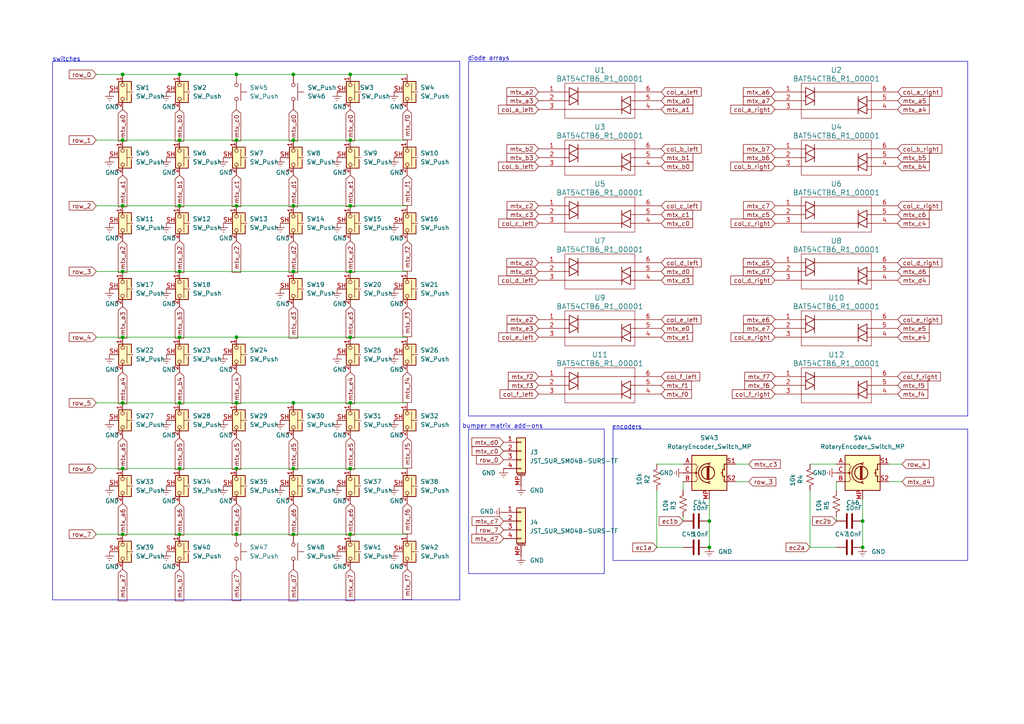
<source format=kicad_sch>
(kicad_sch (version 20231120) (generator "eeschema") (generator_version "8.0")
  (paper "A4")
  (title_block (title "coquette parpar switch matrix") (date "2025-01-20") (rev "2.0"))
  (junction (at 85.09 154.94))
  (junction (at 52.07 59.69))
  (junction (at 85.09 40.64))
  (junction (at 68.58 135.89))
  (junction (at 68.58 116.84))
  (junction (at 85.09 135.89))
  (junction (at 52.07 97.79))
  (junction (at 68.58 154.94))
  (junction (at 101.6 59.69))
  (junction (at 68.58 97.79))
  (junction (at 101.6 40.64))
  (junction (at 52.07 154.94))
  (junction (at 101.6 21.59))
  (junction (at 101.6 135.89))
  (junction (at 35.56 21.59))
  (junction (at 52.07 21.59))
  (junction (at 52.07 40.64))
  (junction (at 68.58 59.69))
  (junction (at 68.58 40.64))
  (junction (at 85.09 59.69))
  (junction (at 35.56 59.69))
  (junction (at 101.6 97.79))
  (junction (at 250.19 151.13))
  (junction (at 35.56 116.84))
  (junction (at 68.58 21.59))
  (junction (at 35.56 78.74))
  (junction (at 35.56 40.64))
  (junction (at 101.6 154.94))
  (junction (at 35.56 135.89))
  (junction (at 85.09 21.59))
  (junction (at 205.74 151.13))
  (junction (at 35.56 97.79))
  (junction (at 101.6 116.84))
  (junction (at 85.09 78.74))
  (junction (at 52.07 78.74))
  (junction (at 250.19 158.75))
  (junction (at 52.07 135.89))
  (junction (at 85.09 116.84))
  (junction (at 35.56 154.94))
  (junction (at 52.07 116.84))
  (junction (at 205.74 158.75))
  (junction (at 101.6 78.74))
  (wire (pts (xy 27.94 116.84) (xy 35.56 116.84)))
  (wire (pts (xy 217.17 139.7) (xy 213.36 139.7)))
  (wire (pts (xy 242.57 158.75) (xy 234.95 158.75)))
  (wire (pts (xy 35.56 135.89) (xy 52.07 135.89)))
  (wire (pts (xy 85.09 135.89) (xy 101.6 135.89)))
  (wire (pts (xy 52.07 40.64) (xy 68.58 40.64)))
  (wire (pts (xy 68.58 40.64) (xy 85.09 40.64)))
  (wire (pts (xy 85.09 59.69) (xy 101.6 59.69)))
  (wire (pts (xy 85.09 40.64) (xy 101.6 40.64)))
  (wire (pts (xy 190.5 134.62) (xy 198.12 134.62)))
  (wire (pts (xy 101.6 21.59) (xy 118.11 21.59)))
  (wire (pts (xy 35.56 154.94) (xy 52.07 154.94)))
  (wire (pts (xy 205.74 144.78) (xy 205.74 151.13)))
  (wire (pts (xy 101.6 135.89) (xy 118.11 135.89)))
  (wire (pts (xy 85.09 116.84) (xy 101.6 116.84)))
  (wire (pts (xy 261.62 134.62) (xy 257.81 134.62)))
  (wire (pts (xy 52.07 154.94) (xy 68.58 154.94)))
  (wire (pts (xy 242.57 139.7) (xy 242.57 142.24)))
  (wire (pts (xy 35.56 40.64) (xy 52.07 40.64)))
  (wire (pts (xy 27.94 40.64) (xy 35.56 40.64)))
  (wire (pts (xy 68.58 97.79) (xy 101.6 97.79)))
  (wire (pts (xy 52.07 97.79) (xy 68.58 97.79)))
  (wire (pts (xy 35.56 59.69) (xy 52.07 59.69)))
  (wire (pts (xy 27.94 135.89) (xy 35.56 135.89)))
  (wire (pts (xy 68.58 135.89) (xy 85.09 135.89)))
  (wire (pts (xy 101.6 40.64) (xy 118.11 40.64)))
  (wire (pts (xy 52.07 78.74) (xy 85.09 78.74)))
  (wire (pts (xy 198.12 149.86) (xy 198.12 151.13)))
  (wire (pts (xy 101.6 59.69) (xy 118.11 59.69)))
  (wire (pts (xy 68.58 154.94) (xy 85.09 154.94)))
  (wire (pts (xy 198.12 139.7) (xy 198.12 142.24)))
  (wire (pts (xy 234.95 134.62) (xy 242.57 134.62)))
  (wire (pts (xy 190.5 158.75) (xy 198.12 158.75)))
  (wire (pts (xy 27.94 97.79) (xy 35.56 97.79)))
  (wire (pts (xy 27.94 59.69) (xy 35.56 59.69)))
  (wire (pts (xy 52.07 59.69) (xy 68.58 59.69)))
  (wire (pts (xy 101.6 154.94) (xy 118.11 154.94)))
  (wire (pts (xy 234.95 142.24) (xy 234.95 158.75)))
  (wire (pts (xy 85.09 21.59) (xy 101.6 21.59)))
  (wire (pts (xy 250.19 151.13) (xy 250.19 158.75)))
  (wire (pts (xy 190.5 142.24) (xy 190.5 158.75)))
  (wire (pts (xy 35.56 78.74) (xy 52.07 78.74)))
  (wire (pts (xy 261.62 139.7) (xy 257.81 139.7)))
  (wire (pts (xy 205.74 151.13) (xy 205.74 158.75)))
  (wire (pts (xy 35.56 21.59) (xy 52.07 21.59)))
  (wire (pts (xy 101.6 97.79) (xy 118.11 97.79)))
  (wire (pts (xy 27.94 154.94) (xy 35.56 154.94)))
  (wire (pts (xy 101.6 116.84) (xy 118.11 116.84)))
  (wire (pts (xy 217.17 134.62) (xy 213.36 134.62)))
  (wire (pts (xy 52.07 135.89) (xy 68.58 135.89)))
  (wire (pts (xy 85.09 154.94) (xy 101.6 154.94)))
  (wire (pts (xy 101.6 78.74) (xy 118.11 78.74)))
  (wire (pts (xy 68.58 116.84) (xy 85.09 116.84)))
  (wire (pts (xy 250.19 144.78) (xy 250.19 151.13)))
  (wire (pts (xy 35.56 116.84) (xy 52.07 116.84)))
  (wire (pts (xy 27.94 21.59) (xy 35.56 21.59)))
  (wire (pts (xy 68.58 59.69) (xy 85.09 59.69)))
  (wire (pts (xy 52.07 116.84) (xy 68.58 116.84)))
  (wire (pts (xy 52.07 21.59) (xy 68.58 21.59)))
  (wire (pts (xy 242.57 149.86) (xy 242.57 151.13)))
  (wire (pts (xy 35.56 97.79) (xy 52.07 97.79)))
  (wire (pts (xy 85.09 78.74) (xy 101.6 78.74)))
  (wire (pts (xy 68.58 21.59) (xy 85.09 21.59)))
  (wire (pts (xy 27.94 78.74) (xy 35.56 78.74)))
  (rectangle (start 177.8 124.46) (end 280.67 162.56))
  (rectangle (start 135.89 17.78) (end 280.67 120.65))
  (rectangle (start 15.24 17.78) (end 133.35 173.99))
  (rectangle (start 135.89 124.46) (end 175.26 166.37))
  (text "diode arrays" (at 141.732 17.018 0) (effects (font (size 1.27 1.27))))
  (text "encoders" (at 181.864 123.952 0) (effects (font (size 1.27 1.27))))
  (text "switches" (at 19.304 17.272 0) (effects (font (size 1.27 1.27))))
  (text "bumper matrix add-ons" (at 145.796 123.698 0) (effects (font (size 1.27 1.27))))
  (global_label "mtx_c3" (shape input) (at 217.17 134.62 0) (property "Intersheetrefs" "${INTERSHEET_REFS}" (effects (hide yes))))
  (global_label "row_6" (shape input) (at 27.94 135.89 180) (property "Intersheetrefs" "${INTERSHEET_REFS}" (effects (hide yes))))
  (global_label "mtx_a6" (shape input) (at 224.79 26.67 180) (property "Intersheetrefs" "${INTERSHEET_REFS}" (effects (hide yes))))
  (global_label "col_a_right" (shape input) (at 260.35 26.67 0) (property "Intersheetrefs" "${INTERSHEET_REFS}" (effects (hide yes))))
  (global_label "mtx_d6" (shape input) (at 260.35 78.74 0) (property "Intersheetrefs" "${INTERSHEET_REFS}" (effects (hide yes))))
  (global_label "mtx_b3" (shape input) (at 52.07 88.9 270) (property "Intersheetrefs" "${INTERSHEET_REFS}" (effects (hide yes))))
  (global_label "mtx_c2" (shape input) (at 68.58 69.85 270) (property "Intersheetrefs" "${INTERSHEET_REFS}" (effects (hide yes))))
  (global_label "col_c_left" (shape input) (at 191.77 59.69 0) (property "Intersheetrefs" "${INTERSHEET_REFS}" (effects (hide yes))))
  (global_label "ec1b" (shape input) (at 198.12 151.13 180) (property "Intersheetrefs" "${INTERSHEET_REFS}" (effects (hide yes))))
  (global_label "mtx_b0" (shape input) (at 52.07 31.75 270) (property "Intersheetrefs" "${INTERSHEET_REFS}" (effects (hide yes))))
  (global_label "col_e_right" (shape input) (at 260.35 92.71 0) (property "Intersheetrefs" "${INTERSHEET_REFS}" (effects (hide yes))))
  (global_label "mtx_d0" (shape input) (at 85.09 31.75 270) (property "Intersheetrefs" "${INTERSHEET_REFS}" (effects (hide yes))))
  (global_label "mtx_c2" (shape input) (at 156.21 59.69 180) (property "Intersheetrefs" "${INTERSHEET_REFS}" (effects (hide yes))))
  (global_label "mtx_b7" (shape input) (at 224.79 43.18 180) (property "Intersheetrefs" "${INTERSHEET_REFS}" (effects (hide yes))))
  (global_label "mtx_c7" (shape input) (at 68.58 165.1 270) (property "Intersheetrefs" "${INTERSHEET_REFS}" (effects (hide yes))))
  (global_label "mtx_e7" (shape input) (at 224.79 95.25 180) (property "Intersheetrefs" "${INTERSHEET_REFS}" (effects (hide yes))))
  (global_label "mtx_b2" (shape input) (at 52.07 69.85 270) (property "Intersheetrefs" "${INTERSHEET_REFS}" (effects (hide yes))))
  (global_label "mtx_f3" (shape input) (at 118.11 88.9 270) (property "Intersheetrefs" "${INTERSHEET_REFS}" (effects (hide yes))))
  (global_label "mtx_b1" (shape input) (at 191.77 45.72 0) (property "Intersheetrefs" "${INTERSHEET_REFS}" (effects (hide yes))))
  (global_label "mtx_a5" (shape input) (at 260.35 29.21 0) (property "Intersheetrefs" "${INTERSHEET_REFS}" (effects (hide yes))))
  (global_label "mtx_f2" (shape input) (at 156.21 109.22 180) (property "Intersheetrefs" "${INTERSHEET_REFS}" (effects (hide yes))))
  (global_label "mtx_e0" (shape input) (at 101.6 31.75 270) (property "Intersheetrefs" "${INTERSHEET_REFS}" (effects (hide yes))))
  (global_label "col_f_left" (shape input) (at 191.77 109.22 0) (property "Intersheetrefs" "${INTERSHEET_REFS}" (effects (hide yes))))
  (global_label "mtx_e5" (shape input) (at 101.6 127 270) (property "Intersheetrefs" "${INTERSHEET_REFS}" (effects (hide yes))))
  (global_label "mtx_f0" (shape input) (at 191.77 114.3 0) (property "Intersheetrefs" "${INTERSHEET_REFS}" (effects (hide yes))))
  (global_label "mtx_b1" (shape input) (at 52.07 50.8 270) (property "Intersheetrefs" "${INTERSHEET_REFS}" (effects (hide yes))))
  (global_label "col_b_left" (shape input) (at 156.21 48.26 180) (property "Intersheetrefs" "${INTERSHEET_REFS}" (effects (hide yes))))
  (global_label "mtx_d2" (shape input) (at 85.09 69.85 270) (property "Intersheetrefs" "${INTERSHEET_REFS}" (effects (hide yes))))
  (global_label "mtx_c7" (shape input) (at 224.79 59.69 180) (property "Intersheetrefs" "${INTERSHEET_REFS}" (effects (hide yes))))
  (global_label "mtx_a2" (shape input) (at 156.21 26.67 180) (property "Intersheetrefs" "${INTERSHEET_REFS}" (effects (hide yes))))
  (global_label "mtx_e4" (shape input) (at 260.35 97.79 0) (property "Intersheetrefs" "${INTERSHEET_REFS}" (effects (hide yes))))
  (global_label "row_5" (shape input) (at 27.94 116.84 180) (property "Intersheetrefs" "${INTERSHEET_REFS}" (effects (hide yes))))
  (global_label "mtx_d7" (shape input) (at 146.05 156.21 180) (property "Intersheetrefs" "${INTERSHEET_REFS}" (effects (hide yes))))
  (global_label "mtx_f1" (shape input) (at 118.11 50.8 270) (property "Intersheetrefs" "${INTERSHEET_REFS}" (effects (hide yes))))
  (global_label "mtx_c1" (shape input) (at 191.77 62.23 0) (property "Intersheetrefs" "${INTERSHEET_REFS}" (effects (hide yes))))
  (global_label "col_b_right" (shape input) (at 224.79 48.26 180) (property "Intersheetrefs" "${INTERSHEET_REFS}" (effects (hide yes))))
  (global_label "mtx_e6" (shape input) (at 224.79 92.71 180) (property "Intersheetrefs" "${INTERSHEET_REFS}" (effects (hide yes))))
  (global_label "mtx_a1" (shape input) (at 35.56 50.8 270) (property "Intersheetrefs" "${INTERSHEET_REFS}" (effects (hide yes))))
  (global_label "mtx_d1" (shape input) (at 156.21 78.74 180) (property "Intersheetrefs" "${INTERSHEET_REFS}" (effects (hide yes))))
  (global_label "mtx_f5" (shape input) (at 118.11 127 270) (property "Intersheetrefs" "${INTERSHEET_REFS}" (effects (hide yes))))
  (global_label "mtx_a4" (shape input) (at 260.35 31.75 0) (property "Intersheetrefs" "${INTERSHEET_REFS}" (effects (hide yes))))
  (global_label "ec2a" (shape input) (at 234.95 158.75 180) (property "Intersheetrefs" "${INTERSHEET_REFS}" (effects (hide yes))))
  (global_label "col_f_right" (shape input) (at 260.35 109.22 0) (property "Intersheetrefs" "${INTERSHEET_REFS}" (effects (hide yes))))
  (global_label "mtx_f4" (shape input) (at 118.11 107.95 270) (property "Intersheetrefs" "${INTERSHEET_REFS}" (effects (hide yes))))
  (global_label "mtx_f3" (shape input) (at 156.21 111.76 180) (property "Intersheetrefs" "${INTERSHEET_REFS}" (effects (hide yes))))
  (global_label "row_3" (shape input) (at 27.94 78.74 180) (property "Intersheetrefs" "${INTERSHEET_REFS}" (effects (hide yes))))
  (global_label "mtx_a5" (shape input) (at 35.56 127 270) (property "Intersheetrefs" "${INTERSHEET_REFS}" (effects (hide yes))))
  (global_label "mtx_f4" (shape input) (at 260.35 114.3 0) (property "Intersheetrefs" "${INTERSHEET_REFS}" (effects (hide yes))))
  (global_label "mtx_a3" (shape input) (at 35.56 88.9 270) (property "Intersheetrefs" "${INTERSHEET_REFS}" (effects (hide yes))))
  (global_label "mtx_c5" (shape input) (at 224.79 62.23 180) (property "Intersheetrefs" "${INTERSHEET_REFS}" (effects (hide yes))))
  (global_label "mtx_b5" (shape input) (at 52.07 127 270) (property "Intersheetrefs" "${INTERSHEET_REFS}" (effects (hide yes))))
  (global_label "mtx_d5" (shape input) (at 224.79 76.2 180) (property "Intersheetrefs" "${INTERSHEET_REFS}" (effects (hide yes))))
  (global_label "mtx_d0" (shape input) (at 146.05 128.27 180) (property "Intersheetrefs" "${INTERSHEET_REFS}" (effects (hide yes))))
  (global_label "mtx_b6" (shape input) (at 224.79 45.72 180) (property "Intersheetrefs" "${INTERSHEET_REFS}" (effects (hide yes))))
  (global_label "mtx_a2" (shape input) (at 35.56 69.85 270) (property "Intersheetrefs" "${INTERSHEET_REFS}" (effects (hide yes))))
  (global_label "mtx_b7" (shape input) (at 52.07 165.1 270) (property "Intersheetrefs" "${INTERSHEET_REFS}" (effects (hide yes))))
  (global_label "mtx_c4" (shape input) (at 68.58 107.95 270) (property "Intersheetrefs" "${INTERSHEET_REFS}" (effects (hide yes))))
  (global_label "mtx_c4" (shape input) (at 260.35 64.77 0) (property "Intersheetrefs" "${INTERSHEET_REFS}" (effects (hide yes))))
  (global_label "mtx_c3" (shape input) (at 156.21 62.23 180) (property "Intersheetrefs" "${INTERSHEET_REFS}" (effects (hide yes))))
  (global_label "mtx_b4" (shape input) (at 260.35 48.26 0) (property "Intersheetrefs" "${INTERSHEET_REFS}" (effects (hide yes))))
  (global_label "row_7" (shape input) (at 27.94 154.94 180) (property "Intersheetrefs" "${INTERSHEET_REFS}" (effects (hide yes))))
  (global_label "row_7" (shape input) (at 146.05 153.67 180) (property "Intersheetrefs" "${INTERSHEET_REFS}" (effects (hide yes))))
  (global_label "mtx_f2" (shape input) (at 118.11 69.85 270) (property "Intersheetrefs" "${INTERSHEET_REFS}" (effects (hide yes))))
  (global_label "col_d_left" (shape input) (at 156.21 81.28 180) (property "Intersheetrefs" "${INTERSHEET_REFS}" (effects (hide yes))))
  (global_label "row_3" (shape input) (at 217.17 139.7 0) (property "Intersheetrefs" "${INTERSHEET_REFS}" (effects (hide yes))))
  (global_label "mtx_a1" (shape input) (at 191.77 31.75 0) (property "Intersheetrefs" "${INTERSHEET_REFS}" (effects (hide yes))))
  (global_label "mtx_c7" (shape input) (at 146.05 151.13 180) (property "Intersheetrefs" "${INTERSHEET_REFS}" (effects (hide yes))))
  (global_label "mtx_b0" (shape input) (at 191.77 48.26 0) (property "Intersheetrefs" "${INTERSHEET_REFS}" (effects (hide yes))))
  (global_label "row_4" (shape input) (at 27.94 97.79 180) (property "Intersheetrefs" "${INTERSHEET_REFS}" (effects (hide yes))))
  (global_label "col_e_right" (shape input) (at 224.79 97.79 180) (property "Intersheetrefs" "${INTERSHEET_REFS}" (effects (hide yes))))
  (global_label "mtx_d0" (shape input) (at 191.77 78.74 0) (property "Intersheetrefs" "${INTERSHEET_REFS}" (effects (hide yes))))
  (global_label "col_e_left" (shape input) (at 156.21 97.79 180) (property "Intersheetrefs" "${INTERSHEET_REFS}" (effects (hide yes))))
  (global_label "mtx_c6" (shape input) (at 68.58 146.05 270) (property "Intersheetrefs" "${INTERSHEET_REFS}" (effects (hide yes))))
  (global_label "col_a_left" (shape input) (at 156.21 31.75 180) (property "Intersheetrefs" "${INTERSHEET_REFS}" (effects (hide yes))))
  (global_label "mtx_c0" (shape input) (at 146.05 130.81 180) (property "Intersheetrefs" "${INTERSHEET_REFS}" (effects (hide yes))))
  (global_label "mtx_a3" (shape input) (at 156.21 29.21 180) (property "Intersheetrefs" "${INTERSHEET_REFS}" (effects (hide yes))))
  (global_label "ec1a" (shape input) (at 190.5 158.75 180) (property "Intersheetrefs" "${INTERSHEET_REFS}" (effects (hide yes))))
  (global_label "mtx_f7" (shape input) (at 118.11 165.1 270) (property "Intersheetrefs" "${INTERSHEET_REFS}" (effects (hide yes))))
  (global_label "mtx_d7" (shape input) (at 224.79 78.74 180) (property "Intersheetrefs" "${INTERSHEET_REFS}" (effects (hide yes))))
  (global_label "mtx_e3" (shape input) (at 156.21 95.25 180) (property "Intersheetrefs" "${INTERSHEET_REFS}" (effects (hide yes))))
  (global_label "mtx_f0" (shape input) (at 118.11 31.75 270) (property "Intersheetrefs" "${INTERSHEET_REFS}" (effects (hide yes))))
  (global_label "mtx_e1" (shape input) (at 191.77 97.79 0) (property "Intersheetrefs" "${INTERSHEET_REFS}" (effects (hide yes))))
  (global_label "row_1" (shape input) (at 27.94 40.64 180) (property "Intersheetrefs" "${INTERSHEET_REFS}" (effects (hide yes))))
  (global_label "mtx_e7" (shape input) (at 101.6 165.1 270) (property "Intersheetrefs" "${INTERSHEET_REFS}" (effects (hide yes))))
  (global_label "row_0" (shape input) (at 27.94 21.59 180) (property "Intersheetrefs" "${INTERSHEET_REFS}" (effects (hide yes))))
  (global_label "mtx_c0" (shape input) (at 191.77 64.77 0) (property "Intersheetrefs" "${INTERSHEET_REFS}" (effects (hide yes))))
  (global_label "mtx_d3" (shape input) (at 85.09 88.9 270) (property "Intersheetrefs" "${INTERSHEET_REFS}" (effects (hide yes))))
  (global_label "mtx_d1" (shape input) (at 85.09 50.8 270) (property "Intersheetrefs" "${INTERSHEET_REFS}" (effects (hide yes))))
  (global_label "mtx_c6" (shape input) (at 260.35 62.23 0) (property "Intersheetrefs" "${INTERSHEET_REFS}" (effects (hide yes))))
  (global_label "mtx_f7" (shape input) (at 224.79 109.22 180) (property "Intersheetrefs" "${INTERSHEET_REFS}" (effects (hide yes))))
  (global_label "col_d_left" (shape input) (at 191.77 76.2 0) (property "Intersheetrefs" "${INTERSHEET_REFS}" (effects (hide yes))))
  (global_label "mtx_f6" (shape input) (at 118.11 146.05 270) (property "Intersheetrefs" "${INTERSHEET_REFS}" (effects (hide yes))))
  (global_label "col_c_left" (shape input) (at 156.21 64.77 180) (property "Intersheetrefs" "${INTERSHEET_REFS}" (effects (hide yes))))
  (global_label "mtx_f5" (shape input) (at 260.35 111.76 0) (property "Intersheetrefs" "${INTERSHEET_REFS}" (effects (hide yes))))
  (global_label "mtx_b6" (shape input) (at 52.07 146.05 270) (property "Intersheetrefs" "${INTERSHEET_REFS}" (effects (hide yes))))
  (global_label "mtx_d4" (shape input) (at 260.35 81.28 0) (property "Intersheetrefs" "${INTERSHEET_REFS}" (effects (hide yes))))
  (global_label "col_d_right" (shape input) (at 260.35 76.2 0) (property "Intersheetrefs" "${INTERSHEET_REFS}" (effects (hide yes))))
  (global_label "mtx_c1" (shape input) (at 68.58 50.8 270) (property "Intersheetrefs" "${INTERSHEET_REFS}" (effects (hide yes))))
  (global_label "row_0" (shape input) (at 146.05 133.35 180) (property "Intersheetrefs" "${INTERSHEET_REFS}" (effects (hide yes))))
  (global_label "mtx_b2" (shape input) (at 156.21 43.18 180) (property "Intersheetrefs" "${INTERSHEET_REFS}" (effects (hide yes))))
  (global_label "mtx_b5" (shape input) (at 260.35 45.72 0) (property "Intersheetrefs" "${INTERSHEET_REFS}" (effects (hide yes))))
  (global_label "mtx_f1" (shape input) (at 191.77 111.76 0) (property "Intersheetrefs" "${INTERSHEET_REFS}" (effects (hide yes))))
  (global_label "col_d_right" (shape input) (at 224.79 81.28 180) (property "Intersheetrefs" "${INTERSHEET_REFS}" (effects (hide yes))))
  (global_label "mtx_d7" (shape input) (at 85.09 165.1 270) (property "Intersheetrefs" "${INTERSHEET_REFS}" (effects (hide yes))))
  (global_label "ec2b" (shape input) (at 242.57 151.13 180) (property "Intersheetrefs" "${INTERSHEET_REFS}" (effects (hide yes))))
  (global_label "mtx_e0" (shape input) (at 191.77 95.25 0) (property "Intersheetrefs" "${INTERSHEET_REFS}" (effects (hide yes))))
  (global_label "mtx_b4" (shape input) (at 52.07 107.95 270) (property "Intersheetrefs" "${INTERSHEET_REFS}" (effects (hide yes))))
  (global_label "mtx_a7" (shape input) (at 224.79 29.21 180) (property "Intersheetrefs" "${INTERSHEET_REFS}" (effects (hide yes))))
  (global_label "mtx_f6" (shape input) (at 224.79 111.76 180) (property "Intersheetrefs" "${INTERSHEET_REFS}" (effects (hide yes))))
  (global_label "col_c_right" (shape input) (at 224.79 64.77 180) (property "Intersheetrefs" "${INTERSHEET_REFS}" (effects (hide yes))))
  (global_label "col_f_right" (shape input) (at 224.79 114.3 180) (property "Intersheetrefs" "${INTERSHEET_REFS}" (effects (hide yes))))
  (global_label "mtx_a0" (shape input) (at 35.56 31.75 270) (property "Intersheetrefs" "${INTERSHEET_REFS}" (effects (hide yes))))
  (global_label "mtx_e4" (shape input) (at 101.6 107.95 270) (property "Intersheetrefs" "${INTERSHEET_REFS}" (effects (hide yes))))
  (global_label "mtx_a4" (shape input) (at 35.56 107.95 270) (property "Intersheetrefs" "${INTERSHEET_REFS}" (effects (hide yes))))
  (global_label "mtx_d3" (shape input) (at 191.77 81.28 0) (property "Intersheetrefs" "${INTERSHEET_REFS}" (effects (hide yes))))
  (global_label "mtx_e2" (shape input) (at 101.6 69.85 270) (property "Intersheetrefs" "${INTERSHEET_REFS}" (effects (hide yes))))
  (global_label "row_4" (shape input) (at 261.62 134.62 0) (property "Intersheetrefs" "${INTERSHEET_REFS}" (effects (hide yes))))
  (global_label "mtx_e6" (shape input) (at 101.6 146.05 270) (property "Intersheetrefs" "${INTERSHEET_REFS}" (effects (hide yes))))
  (global_label "mtx_e2" (shape input) (at 156.21 92.71 180) (property "Intersheetrefs" "${INTERSHEET_REFS}" (effects (hide yes))))
  (global_label "mtx_d4" (shape input) (at 261.62 139.7 0) (property "Intersheetrefs" "${INTERSHEET_REFS}" (effects (hide yes))))
  (global_label "mtx_a0" (shape input) (at 191.77 29.21 0) (property "Intersheetrefs" "${INTERSHEET_REFS}" (effects (hide yes))))
  (global_label "mtx_c5" (shape input) (at 68.58 127 270) (property "Intersheetrefs" "${INTERSHEET_REFS}" (effects (hide yes))))
  (global_label "mtx_e1" (shape input) (at 101.6 50.8 270) (property "Intersheetrefs" "${INTERSHEET_REFS}" (effects (hide yes))))
  (global_label "mtx_a6" (shape input) (at 35.56 146.05 270) (property "Intersheetrefs" "${INTERSHEET_REFS}" (effects (hide yes))))
  (global_label "col_e_left" (shape input) (at 191.77 92.71 0) (property "Intersheetrefs" "${INTERSHEET_REFS}" (effects (hide yes))))
  (global_label "mtx_a7" (shape input) (at 35.56 165.1 270) (property "Intersheetrefs" "${INTERSHEET_REFS}" (effects (hide yes))))
  (global_label "mtx_c0" (shape input) (at 68.58 31.75 270) (property "Intersheetrefs" "${INTERSHEET_REFS}" (effects (hide yes))))
  (global_label "mtx_b3" (shape input) (at 156.21 45.72 180) (property "Intersheetrefs" "${INTERSHEET_REFS}" (effects (hide yes))))
  (global_label "col_c_right" (shape input) (at 260.35 59.69 0) (property "Intersheetrefs" "${INTERSHEET_REFS}" (effects (hide yes))))
  (global_label "col_a_left" (shape input) (at 191.77 26.67 0) (property "Intersheetrefs" "${INTERSHEET_REFS}" (effects (hide yes))))
  (global_label "mtx_e5" (shape input) (at 260.35 95.25 0) (property "Intersheetrefs" "${INTERSHEET_REFS}" (effects (hide yes))))
  (global_label "col_a_right" (shape input) (at 224.79 31.75 180) (property "Intersheetrefs" "${INTERSHEET_REFS}" (effects (hide yes))))
  (global_label "mtx_d5" (shape input) (at 85.09 127 270) (property "Intersheetrefs" "${INTERSHEET_REFS}" (effects (hide yes))))
  (global_label "mtx_d2" (shape input) (at 156.21 76.2 180) (property "Intersheetrefs" "${INTERSHEET_REFS}" (effects (hide yes))))
  (global_label "row_2" (shape input) (at 27.94 59.69 180) (property "Intersheetrefs" "${INTERSHEET_REFS}" (effects (hide yes))))
  (global_label "mtx_d6" (shape input) (at 85.09 146.05 270) (property "Intersheetrefs" "${INTERSHEET_REFS}" (effects (hide yes))))
  (global_label "mtx_e3" (shape input) (at 101.6 88.9 270) (property "Intersheetrefs" "${INTERSHEET_REFS}" (effects (hide yes))))
  (global_label "col_b_left" (shape input) (at 191.77 43.18 0) (property "Intersheetrefs" "${INTERSHEET_REFS}" (effects (hide yes))))
  (global_label "col_f_left" (shape input) (at 156.21 114.3 180) (property "Intersheetrefs" "${INTERSHEET_REFS}" (effects (hide yes))))
  (global_label "col_b_right" (shape input) (at 260.35 43.18 0) (property "Intersheetrefs" "${INTERSHEET_REFS}" (effects (hide yes))))
  (symbol (lib_id "power:Earth") (at 151.13 140.97 0) (unit 1)
    (property "Reference" "#PWR057" (effects (hide yes)))
    (property "Value" "GND" (at 153.67 142.2399 0) (effects (justify left)))
    (property "Description" "Power symbol creates a global label with name \"Earth\"" (effects (hide yes)))
  )
  (symbol (lib_id "power:Earth") (at 48.26 64.77 0) (unit 1)
    (property "Reference" "#PWR0106" (effects (hide yes)))
    (property "Value" "GND" (at 46.99 69.088 0) (effects (justify left)))
    (property "Description" "Power symbol creates a global label with name \"Earth\"" (effects (hide yes)))
  )
  (symbol (lib_id "coquette_symbols:BAT54CTB6_R1_00001") (at 148.59 29.21 0) (unit 1)
    (property "Reference" "U1" (at 173.99 20.32 0) (effects (font (size 1.524 1.524))))
    (property "Value" "BAT54CTB6_R1_00001" (at 173.99 22.86 0) (effects (font (size 1.524 1.524))))
    (property "Footprint" "Package_TO_SOT_SMD:SOT-563" (effects (hide yes)))
    (property "Datasheet" "BAT54CTB6_R1_00001" (effects (hide yes)))
  )
  (symbol (lib_id "Switch:SW_Push_Shielded") (at 68.58 64.77 270) (unit 1)
    (property "Reference" "SW13" (at 72.39 63.4999 90) (effects (justify left)))
    (property "Value" "SW_Push" (at 72.39 66.0399 90) (effects (justify left)))
    (property "Footprint" "coquette_footprints:SW_Hotswap_Kailh_Choc_V1V2_Plated_modded" (effects (hide yes)))
    (property "Description" "Generic push-button switch, two contact pins and shield pin(s)" (effects (hide yes)))
  )
  (symbol (lib_id "Device:C") (at 201.93 151.13 90) (unit 1)
    (property "Reference" "C44" (at 202.946 145.796 90))
    (property "Value" "10nF" (at 203.2 147.32 90))
    (property "Footprint" "Capacitor_SMD:C_0603_1608Metric" (effects (hide yes)))
    (property "Description" "Unpolarized capacitor" (effects (hide yes)))
  )
  (symbol (lib_id "power:Earth") (at 114.3 83.82 0) (unit 1)
    (property "Reference" "#PWR0118" (effects (hide yes)))
    (property "Value" "GND" (at 113.03 88.138 0) (effects (justify left)))
    (property "Description" "Power symbol creates a global label with name \"Earth\"" (effects (hide yes)))
  )
  (symbol (lib_id "Switch:SW_Push_Shielded") (at 52.07 140.97 270) (unit 1)
    (property "Reference" "SW34" (at 55.88 139.6999 90) (effects (justify left)))
    (property "Value" "SW_Push" (at 55.88 142.2399 90) (effects (justify left)))
    (property "Footprint" "coquette_footprints:SW_Hotswap_Kailh_Choc_V1V2_Plated_modded" (effects (hide yes)))
    (property "Description" "Generic push-button switch, two contact pins and shield pin(s)" (effects (hide yes)))
  )
  (symbol (lib_id "Switch:SW_Push_Shielded") (at 68.58 45.72 270) (unit 1)
    (property "Reference" "SW7" (at 72.39 44.4499 90) (effects (justify left)))
    (property "Value" "SW_Push" (at 72.39 46.9899 90) (effects (justify left)))
    (property "Footprint" "coquette_footprints:SW_Hotswap_Kailh_Choc_V1V2_Plated_modded" (effects (hide yes)))
    (property "Description" "Generic push-button switch, two contact pins and shield pin(s)" (effects (hide yes)))
  )
  (symbol (lib_id "Switch:SW_Push_Shielded") (at 35.56 83.82 270) (unit 1)
    (property "Reference" "SW17" (at 39.37 82.5499 90) (effects (justify left)))
    (property "Value" "SW_Push" (at 39.37 85.0899 90) (effects (justify left)))
    (property "Footprint" "coquette_footprints:SW_Hotswap_Kailh_Choc_V1V2_Plated_modded" (effects (hide yes)))
    (property "Description" "Generic push-button switch, two contact pins and shield pin(s)" (effects (hide yes)))
  )
  (symbol (lib_id "coquette_symbols:BAT54CTB6_R1_00001") (at 217.17 95.25 0) (unit 1)
    (property "Reference" "U10" (at 242.57 86.36 0) (effects (font (size 1.524 1.524))))
    (property "Value" "BAT54CTB6_R1_00001" (at 242.57 88.9 0) (effects (font (size 1.524 1.524))))
    (property "Footprint" "Package_TO_SOT_SMD:SOT-563" (effects (hide yes)))
    (property "Datasheet" "BAT54CTB6_R1_00001" (effects (hide yes)))
  )
  (symbol (lib_id "Switch:SW_Push_Shielded") (at 85.09 121.92 270) (unit 1)
    (property "Reference" "SW30" (at 88.9 120.6499 90) (effects (justify left)))
    (property "Value" "SW_Push" (at 88.9 123.1899 90) (effects (justify left)))
    (property "Footprint" "coquette_footprints:SW_Hotswap_Kailh_Choc_V1V2_Plated_modded" (effects (hide yes)))
    (property "Description" "Generic push-button switch, two contact pins and shield pin(s)" (effects (hide yes)))
  )
  (symbol (lib_id "power:Earth") (at 64.77 64.77 0) (unit 1)
    (property "Reference" "#PWR0107" (effects (hide yes)))
    (property "Value" "GND" (at 63.5 69.088 0) (effects (justify left)))
    (property "Description" "Power symbol creates a global label with name \"Earth\"" (effects (hide yes)))
  )
  (symbol (lib_id "Device:R_US") (at 198.12 146.05 0) (mirror y) (unit 1)
    (property "Reference" "R3" (at 195.326 145.288 90) (effects (justify right)))
    (property "Value" "10k" (at 193.04 144.78 90) (effects (justify right)))
    (property "Footprint" "Resistor_SMD:R_0603_1608Metric" (effects (hide yes)))
    (property "Description" "Resistor, US symbol" (effects (hide yes)))
  )
  (symbol (lib_id "Switch:SW_Push_Shielded") (at 68.58 121.92 270) (unit 1)
    (property "Reference" "SW29" (at 72.39 120.6499 90) (effects (justify left)))
    (property "Value" "SW_Push" (at 72.39 123.1899 90) (effects (justify left)))
    (property "Footprint" "coquette_footprints:SW_Hotswap_Kailh_Choc_V1V2_Plated_modded" (effects (hide yes)))
    (property "Description" "Generic push-button switch, two contact pins and shield pin(s)" (effects (hide yes)))
  )
  (symbol (lib_id "power:Earth") (at 114.3 102.87 0) (unit 1)
    (property "Reference" "#PWR0117" (effects (hide yes)))
    (property "Value" "GND" (at 113.03 107.188 0) (effects (justify left)))
    (property "Description" "Power symbol creates a global label with name \"Earth\"" (effects (hide yes)))
  )
  (symbol (lib_id "power:Earth") (at 81.28 64.77 0) (unit 1)
    (property "Reference" "#PWR0108" (effects (hide yes)))
    (property "Value" "GND" (at 80.01 69.088 0) (effects (justify left)))
    (property "Description" "Power symbol creates a global label with name \"Earth\"" (effects (hide yes)))
  )
  (symbol (lib_id "Switch:SW_Push_Shielded") (at 101.6 140.97 270) (unit 1)
    (property "Reference" "SW37" (at 105.41 139.6999 90) (effects (justify left)))
    (property "Value" "SW_Push" (at 105.41 142.2399 90) (effects (justify left)))
    (property "Footprint" "coquette_footprints:SW_Hotswap_Kailh_Choc_V1V2_Plated_modded" (effects (hide yes)))
    (property "Description" "Generic push-button switch, two contact pins and shield pin(s)" (effects (hide yes)))
  )
  (symbol (lib_id "Switch:SW_Push_Shielded") (at 118.11 160.02 270) (unit 1)
    (property "Reference" "SW42" (at 121.92 158.7499 90) (effects (justify left)))
    (property "Value" "SW_Push" (at 121.92 161.2899 90) (effects (justify left)))
    (property "Footprint" "coquette_footprints:SW_Hotswap_Kailh_Choc_V1V2_Plated_modded" (effects (hide yes)))
    (property "Description" "Generic push-button switch, two contact pins and shield pin(s)" (effects (hide yes)))
  )
  (symbol (lib_id "power:Earth") (at 81.28 83.82 0) (unit 1)
    (property "Reference" "#PWR0110" (effects (hide yes)))
    (property "Value" "GND" (at 80.01 88.138 0) (effects (justify left)))
    (property "Description" "Power symbol creates a global label with name \"Earth\"" (effects (hide yes)))
  )
  (symbol (lib_id "power:Earth") (at 114.3 121.92 0) (unit 1)
    (property "Reference" "#PWR091" (effects (hide yes)))
    (property "Value" "GND" (at 113.03 126.238 0) (effects (justify left)))
    (property "Description" "Power symbol creates a global label with name \"Earth\"" (effects (hide yes)))
  )
  (symbol (lib_id "coquette_symbols:BAT54CTB6_R1_00001") (at 148.59 95.25 0) (unit 1)
    (property "Reference" "U9" (at 173.99 86.36 0) (effects (font (size 1.524 1.524))))
    (property "Value" "BAT54CTB6_R1_00001" (at 173.99 88.9 0) (effects (font (size 1.524 1.524))))
    (property "Footprint" "Package_TO_SOT_SMD:SOT-563" (effects (hide yes)))
    (property "Datasheet" "BAT54CTB6_R1_00001" (effects (hide yes)))
  )
  (symbol (lib_id "coquette_symbols:BAT54CTB6_R1_00001") (at 217.17 29.21 0) (unit 1)
    (property "Reference" "U2" (at 242.57 20.32 0) (effects (font (size 1.524 1.524))))
    (property "Value" "BAT54CTB6_R1_00001" (at 242.57 22.86 0) (effects (font (size 1.524 1.524))))
    (property "Footprint" "Package_TO_SOT_SMD:SOT-563" (effects (hide yes)))
    (property "Datasheet" "BAT54CTB6_R1_00001" (effects (hide yes)))
  )
  (symbol (lib_id "power:Earth") (at 48.26 45.72 0) (unit 1)
    (property "Reference" "#PWR078" (effects (hide yes)))
    (property "Value" "GND" (at 46.99 50.038 0) (effects (justify left)))
    (property "Description" "Power symbol creates a global label with name \"Earth\"" (effects (hide yes)))
  )
  (symbol (lib_id "power:Earth") (at 64.77 45.72 0) (unit 1)
    (property "Reference" "#PWR082" (effects (hide yes)))
    (property "Value" "GND" (at 63.5 50.038 0) (effects (justify left)))
    (property "Description" "Power symbol creates a global label with name \"Earth\"" (effects (hide yes)))
  )
  (symbol (lib_id "power:Earth") (at 81.28 45.72 0) (unit 1)
    (property "Reference" "#PWR083" (effects (hide yes)))
    (property "Value" "GND" (at 80.01 50.038 0) (effects (justify left)))
    (property "Description" "Power symbol creates a global label with name \"Earth\"" (effects (hide yes)))
  )
  (symbol (lib_id "power:Earth") (at 64.77 102.87 0) (unit 1)
    (property "Reference" "#PWR0120" (effects (hide yes)))
    (property "Value" "GND" (at 63.5 107.188 0) (effects (justify left)))
    (property "Description" "Power symbol creates a global label with name \"Earth\"" (effects (hide yes)))
  )
  (symbol (lib_id "power:Earth") (at 114.3 64.77 0) (unit 1)
    (property "Reference" "#PWR0119" (effects (hide yes)))
    (property "Value" "GND" (at 113.03 69.088 0) (effects (justify left)))
    (property "Description" "Power symbol creates a global label with name \"Earth\"" (effects (hide yes)))
  )
  (symbol (lib_id "Switch:SW_Push_Shielded") (at 35.56 160.02 270) (unit 1)
    (property "Reference" "SW39" (at 39.37 158.7499 90) (effects (justify left)))
    (property "Value" "SW_Push" (at 39.37 161.2899 90) (effects (justify left)))
    (property "Footprint" "coquette_footprints:SW_Hotswap_Kailh_Choc_V1V2_Plated_modded" (effects (hide yes)))
    (property "Description" "Generic push-button switch, two contact pins and shield pin(s)" (effects (hide yes)))
  )
  (symbol (lib_id "power:Earth") (at 198.12 137.16 270) (unit 1)
    (property "Reference" "#PWR025" (effects (hide yes)))
    (property "Value" "GND" (at 193.294 137.16 90))
    (property "Description" "Power symbol creates a global label with name \"Earth\"" (effects (hide yes)))
  )
  (symbol (lib_id "Switch:SW_Push_Shielded") (at 101.6 160.02 270) (unit 1)
    (property "Reference" "SW41" (at 105.41 158.7499 90) (effects (justify left)))
    (property "Value" "SW_Push" (at 105.41 161.2899 90) (effects (justify left)))
    (property "Footprint" "coquette_footprints:SW_Hotswap_Kailh_Choc_V1V2_Plated_modded" (effects (hide yes)))
    (property "Description" "Generic push-button switch, two contact pins and shield pin(s)" (effects (hide yes)))
  )
  (symbol (lib_id "Switch:SW_Push_Shielded") (at 118.11 102.87 270) (unit 1)
    (property "Reference" "SW26" (at 121.92 101.5999 90) (effects (justify left)))
    (property "Value" "SW_Push" (at 121.92 104.1399 90) (effects (justify left)))
    (property "Footprint" "coquette_footprints:SW_Hotswap_Kailh_Choc_V1V2_Plated_modded" (effects (hide yes)))
    (property "Description" "Generic push-button switch, two contact pins and shield pin(s)" (effects (hide yes)))
  )
  (symbol (lib_id "power:Earth") (at 31.75 121.92 0) (unit 1)
    (property "Reference" "#PWR086" (effects (hide yes)))
    (property "Value" "GND" (at 30.48 126.238 0) (effects (justify left)))
    (property "Description" "Power symbol creates a global label with name \"Earth\"" (effects (hide yes)))
  )
  (symbol (lib_id "Device:C") (at 246.38 151.13 90) (unit 1)
    (property "Reference" "C46" (at 247.396 145.796 90))
    (property "Value" "10nF" (at 247.65 147.32 90))
    (property "Footprint" "Capacitor_SMD:C_0603_1608Metric" (effects (hide yes)))
    (property "Description" "Unpolarized capacitor" (effects (hide yes)))
  )
  (symbol (lib_id "power:Earth") (at 48.26 26.67 0) (unit 1)
    (property "Reference" "#PWR079" (effects (hide yes)))
    (property "Value" "GND" (at 46.99 30.988 0) (effects (justify left)))
    (property "Description" "Power symbol creates a global label with name \"Earth\"" (effects (hide yes)))
  )
  (symbol (lib_id "power:Earth") (at 81.28 121.92 0) (unit 1)
    (property "Reference" "#PWR089" (effects (hide yes)))
    (property "Value" "GND" (at 80.01 126.238 0) (effects (justify left)))
    (property "Description" "Power symbol creates a global label with name \"Earth\"" (effects (hide yes)))
  )
  (symbol (lib_id "Switch:SW_Push_Shielded") (at 35.56 140.97 270) (unit 1)
    (property "Reference" "SW33" (at 39.37 139.6999 90) (effects (justify left)))
    (property "Value" "SW_Push" (at 39.37 142.2399 90) (effects (justify left)))
    (property "Footprint" "coquette_footprints:SW_Hotswap_Kailh_Choc_V1V2_Plated_modded" (effects (hide yes)))
    (property "Description" "Generic push-button switch, two contact pins and shield pin(s)" (effects (hide yes)))
  )
  (symbol (lib_id "power:Earth") (at 48.26 121.92 0) (unit 1)
    (property "Reference" "#PWR087" (effects (hide yes)))
    (property "Value" "GND" (at 46.99 126.238 0) (effects (justify left)))
    (property "Description" "Power symbol creates a global label with name \"Earth\"" (effects (hide yes)))
  )
  (symbol (lib_id "Switch:SW_Push_Shielded") (at 101.6 83.82 270) (unit 1)
    (property "Reference" "SW20" (at 105.41 82.5499 90) (effects (justify left)))
    (property "Value" "SW_Push" (at 105.41 85.0899 90) (effects (justify left)))
    (property "Footprint" "coquette_footprints:SW_Hotswap_Kailh_Choc_V1V2_Plated_modded" (effects (hide yes)))
    (property "Description" "Generic push-button switch, two contact pins and shield pin(s)" (effects (hide yes)))
  )
  (symbol (lib_id "coquette_symbols:BAT54CTB6_R1_00001") (at 217.17 45.72 0) (unit 1)
    (property "Reference" "U4" (at 242.57 36.83 0) (effects (font (size 1.524 1.524))))
    (property "Value" "BAT54CTB6_R1_00001" (at 242.57 39.37 0) (effects (font (size 1.524 1.524))))
    (property "Footprint" "Package_TO_SOT_SMD:SOT-563" (effects (hide yes)))
    (property "Datasheet" "BAT54CTB6_R1_00001" (effects (hide yes)))
  )
  (symbol (lib_id "coquette_symbols:BAT54CTB6_R1_00001") (at 148.59 111.76 0) (unit 1)
    (property "Reference" "U11" (at 173.99 102.87 0) (effects (font (size 1.524 1.524))))
    (property "Value" "BAT54CTB6_R1_00001" (at 173.99 105.41 0) (effects (font (size 1.524 1.524))))
    (property "Footprint" "Package_TO_SOT_SMD:SOT-563" (effects (hide yes)))
    (property "Datasheet" "BAT54CTB6_R1_00001" (effects (hide yes)))
  )
  (symbol (lib_id "power:Earth") (at 97.79 102.87 0) (unit 1)
    (property "Reference" "#PWR0116" (effects (hide yes)))
    (property "Value" "GND" (at 96.52 107.188 0) (effects (justify left)))
    (property "Description" "Power symbol creates a global label with name \"Earth\"" (effects (hide yes)))
  )
  (symbol (lib_id "Switch:SW_Push_Shielded") (at 35.56 121.92 270) (unit 1)
    (property "Reference" "SW27" (at 39.37 120.6499 90) (effects (justify left)))
    (property "Value" "SW_Push" (at 39.37 123.1899 90) (effects (justify left)))
    (property "Footprint" "coquette_footprints:SW_Hotswap_Kailh_Choc_V1V2_Plated_modded" (effects (hide yes)))
    (property "Description" "Generic push-button switch, two contact pins and shield pin(s)" (effects (hide yes)))
  )
  (symbol (lib_id "Switch:SW_Push_Shielded") (at 118.11 64.77 270) (unit 1)
    (property "Reference" "SW16" (at 121.92 63.4999 90) (effects (justify left)))
    (property "Value" "SW_Push" (at 121.92 66.0399 90) (effects (justify left)))
    (property "Footprint" "coquette_footprints:SW_Hotswap_Kailh_Choc_V1V2_Plated_modded" (effects (hide yes)))
    (property "Description" "Generic push-button switch, two contact pins and shield pin(s)" (effects (hide yes)))
  )
  (symbol (lib_id "Switch:SW_Push_Shielded") (at 52.07 83.82 270) (unit 1)
    (property "Reference" "SW18" (at 55.88 82.5499 90) (effects (justify left)))
    (property "Value" "SW_Push" (at 55.88 85.0899 90) (effects (justify left)))
    (property "Footprint" "coquette_footprints:SW_Hotswap_Kailh_Choc_V1V2_Plated_modded" (effects (hide yes)))
    (property "Description" "Generic push-button switch, two contact pins and shield pin(s)" (effects (hide yes)))
  )
  (symbol (lib_id "Device:RotaryEncoder_Switch_MP") (at 205.74 137.16 0) (unit 1)
    (property "Reference" "SW43" (at 205.74 127 0))
    (property "Value" "RotaryEncoder_Switch_MP" (at 205.74 129.54 0))
    (property "Footprint" "coquette_footprints:PEC12R-4215F-S0024" (effects (hide yes)))
    (property "Description" "Rotary encoder, dual channel, incremental quadrate outputs, with switch and MP Pin" (effects (hide yes)))
  )
  (symbol (lib_id "Switch:SW_Push") (at 68.58 160.02 270) (unit 1)
    (property "Reference" "SW47" (at 72.39 158.7499 90) (effects (justify left)))
    (property "Value" "SW_Push" (at 72.39 161.2899 90) (effects (justify left)))
    (property "Footprint" "coquette_footprints:SMD4_SW_EVQP7J_PAN" (effects (hide yes)))
    (property "Description" "Push button switch, generic, two pins" (effects (hide yes)))
  )
  (symbol (lib_id "Switch:SW_Push_Shielded") (at 85.09 64.77 270) (unit 1)
    (property "Reference" "SW14" (at 88.9 63.4999 90) (effects (justify left)))
    (property "Value" "SW_Push" (at 88.9 66.0399 90) (effects (justify left)))
    (property "Footprint" "coquette_footprints:SW_Hotswap_Kailh_Choc_V1V2_Plated_modded" (effects (hide yes)))
    (property "Description" "Generic push-button switch, two contact pins and shield pin(s)" (effects (hide yes)))
  )
  (symbol (lib_id "Switch:SW_Push_Shielded") (at 52.07 26.67 270) (unit 1)
    (property "Reference" "SW2" (at 55.88 25.3999 90) (effects (justify left)))
    (property "Value" "SW_Push" (at 55.88 27.9399 90) (effects (justify left)))
    (property "Footprint" "coquette_footprints:SW_Hotswap_Kailh_Choc_V1V2_Plated_modded" (effects (hide yes)))
    (property "Description" "Generic push-button switch, two contact pins and shield pin(s)" (effects (hide yes)))
  )
  (symbol (lib_id "power:Earth") (at 31.75 26.67 0) (unit 1)
    (property "Reference" "#PWR075" (effects (hide yes)))
    (property "Value" "GND" (at 30.48 30.988 0) (effects (justify left)))
    (property "Description" "Power symbol creates a global label with name \"Earth\"" (effects (hide yes)))
  )
  (symbol (lib_id "power:Earth") (at 146.05 135.89 0) (unit 1)
    (property "Reference" "#PWR055" (effects (hide yes)))
    (property "Value" "GND" (at 139.7 137.16 0) (effects (justify left)))
    (property "Description" "Power symbol creates a global label with name \"Earth\"" (effects (hide yes)))
  )
  (symbol (lib_id "power:Earth") (at 97.79 83.82 0) (unit 1)
    (property "Reference" "#PWR0111" (effects (hide yes)))
    (property "Value" "GND" (at 96.52 88.138 0) (effects (justify left)))
    (property "Description" "Power symbol creates a global label with name \"Earth\"" (effects (hide yes)))
  )
  (symbol (lib_id "Device:C") (at 201.93 158.75 90) (unit 1)
    (property "Reference" "C45" (at 199.644 154.94 90))
    (property "Value" "10nF" (at 203.2 154.94 90))
    (property "Footprint" "Capacitor_SMD:C_0603_1608Metric" (effects (hide yes)))
    (property "Description" "Unpolarized capacitor" (effects (hide yes)))
  )
  (symbol (lib_id "power:Earth") (at 97.79 140.97 0) (unit 1)
    (property "Reference" "#PWR096" (effects (hide yes)))
    (property "Value" "GND" (at 96.52 145.288 0) (effects (justify left)))
    (property "Description" "Power symbol creates a global label with name \"Earth\"" (effects (hide yes)))
  )
  (symbol (lib_id "Switch:SW_Push_Shielded") (at 52.07 45.72 270) (unit 1)
    (property "Reference" "SW6" (at 55.88 44.4499 90) (effects (justify left)))
    (property "Value" "SW_Push" (at 55.88 46.9899 90) (effects (justify left)))
    (property "Footprint" "coquette_footprints:SW_Hotswap_Kailh_Choc_V1V2_Plated_modded" (effects (hide yes)))
    (property "Description" "Generic push-button switch, two contact pins and shield pin(s)" (effects (hide yes)))
  )
  (symbol (lib_id "power:Earth") (at 31.75 64.77 0) (unit 1)
    (property "Reference" "#PWR081" (effects (hide yes)))
    (property "Value" "GND" (at 30.48 69.088 0) (effects (justify left)))
    (property "Description" "Power symbol creates a global label with name \"Earth\"" (effects (hide yes)))
  )
  (symbol (lib_id "Switch:SW_Push_Shielded") (at 101.6 26.67 270) (unit 1)
    (property "Reference" "SW3" (at 108.458 25.4 90) (effects (justify right)))
    (property "Value" "SW_Push" (at 108.966 27.94 90))
    (property "Footprint" "coquette_footprints:SW_Hotswap_Kailh_Choc_V1V2_Plated_modded" (effects (hide yes)))
    (property "Description" "Generic push-button switch, two contact pins and shield pin(s)" (effects (hide yes)))
  )
  (symbol (lib_id "Switch:SW_Push_Shielded") (at 118.11 45.72 270) (unit 1)
    (property "Reference" "SW10" (at 121.92 44.4499 90) (effects (justify left)))
    (property "Value" "SW_Push" (at 121.92 46.9899 90) (effects (justify left)))
    (property "Footprint" "coquette_footprints:SW_Hotswap_Kailh_Choc_V1V2_Plated_modded" (effects (hide yes)))
    (property "Description" "Generic push-button switch, two contact pins and shield pin(s)" (effects (hide yes)))
  )
  (symbol (lib_id "power:Earth") (at 114.3 26.67 0) (unit 1)
    (property "Reference" "#PWR080" (effects (hide yes)))
    (property "Value" "GND" (at 113.03 30.988 0) (effects (justify left)))
    (property "Description" "Power symbol creates a global label with name \"Earth\"" (effects (hide yes)))
  )
  (symbol (lib_id "power:Earth") (at 97.79 121.92 0) (unit 1)
    (property "Reference" "#PWR090" (effects (hide yes)))
    (property "Value" "GND" (at 96.52 126.238 0) (effects (justify left)))
    (property "Description" "Power symbol creates a global label with name \"Earth\"" (effects (hide yes)))
  )
  (symbol (lib_id "coquette_symbols:BAT54CTB6_R1_00001") (at 148.59 78.74 0) (unit 1)
    (property "Reference" "U7" (at 173.99 69.85 0) (effects (font (size 1.524 1.524))))
    (property "Value" "BAT54CTB6_R1_00001" (at 173.99 72.39 0) (effects (font (size 1.524 1.524))))
    (property "Footprint" "Package_TO_SOT_SMD:SOT-563" (effects (hide yes)))
    (property "Datasheet" "BAT54CTB6_R1_00001" (effects (hide yes)))
  )
  (symbol (lib_id "Switch:SW_Push") (at 85.09 26.67 270) (unit 1)
    (property "Reference" "SW46" (at 89.154 27.94 90) (effects (justify left)))
    (property "Value" "SW_Push" (at 89.154 25.4 90) (effects (justify left)))
    (property "Footprint" "coquette_footprints:SMD4_SW_EVQP7J_PAN" (effects (hide yes)))
    (property "Description" "Push button switch, generic, two pins" (effects (hide yes)))
  )
  (symbol (lib_id "Switch:SW_Push_Shielded") (at 101.6 45.72 270) (unit 1)
    (property "Reference" "SW9" (at 105.41 44.4499 90) (effects (justify left)))
    (property "Value" "SW_Push" (at 105.41 46.9899 90) (effects (justify left)))
    (property "Footprint" "coquette_footprints:SW_Hotswap_Kailh_Choc_V1V2_Plated_modded" (effects (hide yes)))
    (property "Description" "Generic push-button switch, two contact pins and shield pin(s)" (effects (hide yes)))
  )
  (symbol (lib_id "power:Earth") (at 151.13 161.29 0) (unit 1)
    (property "Reference" "#PWR058" (effects (hide yes)))
    (property "Value" "GND" (at 153.67 162.5599 0) (effects (justify left)))
    (property "Description" "Power symbol creates a global label with name \"Earth\"" (effects (hide yes)))
  )
  (symbol (lib_id "Switch:SW_Push_Shielded") (at 35.56 64.77 270) (unit 1)
    (property "Reference" "SW11" (at 39.37 63.4999 90) (effects (justify left)))
    (property "Value" "SW_Push" (at 39.37 66.0399 90) (effects (justify left)))
    (property "Footprint" "coquette_footprints:SW_Hotswap_Kailh_Choc_V1V2_Plated_modded" (effects (hide yes)))
    (property "Description" "Generic push-button switch, two contact pins and shield pin(s)" (effects (hide yes)))
  )
  (symbol (lib_id "Switch:SW_Push_Shielded") (at 52.07 64.77 270) (unit 1)
    (property "Reference" "SW12" (at 55.88 63.4999 90) (effects (justify left)))
    (property "Value" "SW_Push" (at 55.88 66.0399 90) (effects (justify left)))
    (property "Footprint" "coquette_footprints:SW_Hotswap_Kailh_Choc_V1V2_Plated_modded" (effects (hide yes)))
    (property "Description" "Generic push-button switch, two contact pins and shield pin(s)" (effects (hide yes)))
  )
  (symbol (lib_id "Device:C") (at 246.38 158.75 90) (unit 1)
    (property "Reference" "C47" (at 244.094 154.94 90))
    (property "Value" "10nF" (at 247.65 154.94 90))
    (property "Footprint" "Capacitor_SMD:C_0603_1608Metric" (effects (hide yes)))
    (property "Description" "Unpolarized capacitor" (effects (hide yes)))
  )
  (symbol (lib_id "power:Earth") (at 250.19 158.75 0) (unit 1)
    (property "Reference" "#PWR028" (effects (hide yes)))
    (property "Value" "GND" (at 252.73 160.0199 0) (effects (justify left)))
    (property "Description" "Power symbol creates a global label with name \"Earth\"" (effects (hide yes)))
  )
  (symbol (lib_id "power:Earth") (at 48.26 102.87 0) (unit 1)
    (property "Reference" "#PWR0115" (effects (hide yes)))
    (property "Value" "GND" (at 46.99 107.188 0) (effects (justify left)))
    (property "Description" "Power symbol creates a global label with name \"Earth\"" (effects (hide yes)))
  )
  (symbol (lib_id "power:Earth") (at 114.3 45.72 0) (unit 1)
    (property "Reference" "#PWR085" (effects (hide yes)))
    (property "Value" "GND" (at 113.03 50.038 0) (effects (justify left)))
    (property "Description" "Power symbol creates a global label with name \"Earth\"" (effects (hide yes)))
  )
  (symbol (lib_id "power:Earth") (at 81.28 140.97 0) (unit 1)
    (property "Reference" "#PWR095" (effects (hide yes)))
    (property "Value" "GND" (at 80.01 145.288 0) (effects (justify left)))
    (property "Description" "Power symbol creates a global label with name \"Earth\"" (effects (hide yes)))
  )
  (symbol (lib_id "Switch:SW_Push") (at 68.58 26.67 270) (unit 1)
    (property "Reference" "SW45" (at 72.39 25.3999 90) (effects (justify left)))
    (property "Value" "SW_Push" (at 72.39 27.9399 90) (effects (justify left)))
    (property "Footprint" "coquette_footprints:SMD4_SW_EVQP7J_PAN" (effects (hide yes)))
    (property "Description" "Push button switch, generic, two pins" (effects (hide yes)))
  )
  (symbol (lib_id "Switch:SW_Push_Shielded") (at 118.11 26.67 270) (unit 1)
    (property "Reference" "SW4" (at 121.92 25.3999 90) (effects (justify left)))
    (property "Value" "SW_Push" (at 121.92 27.9399 90) (effects (justify left)))
    (property "Footprint" "coquette_footprints:SW_Hotswap_Kailh_Choc_V1V2_Plated_modded" (effects (hide yes)))
    (property "Description" "Generic push-button switch, two contact pins and shield pin(s)" (effects (hide yes)))
  )
  (symbol (lib_id "power:Earth") (at 114.3 160.02 0) (unit 1)
    (property "Reference" "#PWR0103" (effects (hide yes)))
    (property "Value" "GND" (at 113.03 164.338 0) (effects (justify left)))
    (property "Description" "Power symbol creates a global label with name \"Earth\"" (effects (hide yes)))
  )
  (symbol (lib_id "Switch:SW_Push_Shielded") (at 101.6 102.87 270) (unit 1)
    (property "Reference" "SW25" (at 105.41 101.5999 90) (effects (justify left)))
    (property "Value" "SW_Push" (at 105.41 104.1399 90) (effects (justify left)))
    (property "Footprint" "coquette_footprints:SW_Hotswap_Kailh_Choc_V1V2_Plated_modded" (effects (hide yes)))
    (property "Description" "Generic push-button switch, two contact pins and shield pin(s)" (effects (hide yes)))
  )
  (symbol (lib_id "Switch:SW_Push_Shielded") (at 68.58 140.97 270) (unit 1)
    (property "Reference" "SW35" (at 72.39 139.6999 90) (effects (justify left)))
    (property "Value" "SW_Push" (at 72.39 142.2399 90) (effects (justify left)))
    (property "Footprint" "coquette_footprints:SW_Hotswap_Kailh_Choc_V1V2_Plated_modded" (effects (hide yes)))
    (property "Description" "Generic push-button switch, two contact pins and shield pin(s)" (effects (hide yes)))
  )
  (symbol (lib_id "power:Earth") (at 97.79 160.02 0) (unit 1)
    (property "Reference" "#PWR0102" (effects (hide yes)))
    (property "Value" "GND" (at 96.52 164.338 0) (effects (justify left)))
    (property "Description" "Power symbol creates a global label with name \"Earth\"" (effects (hide yes)))
  )
  (symbol (lib_id "Switch:SW_Push_Shielded") (at 85.09 45.72 270) (unit 1)
    (property "Reference" "SW8" (at 88.9 44.4499 90) (effects (justify left)))
    (property "Value" "SW_Push" (at 88.9 46.9899 90) (effects (justify left)))
    (property "Footprint" "coquette_footprints:SW_Hotswap_Kailh_Choc_V1V2_Plated_modded" (effects (hide yes)))
    (property "Description" "Generic push-button switch, two contact pins and shield pin(s)" (effects (hide yes)))
  )
  (symbol (lib_id "Switch:SW_Push_Shielded") (at 101.6 121.92 270) (unit 1)
    (property "Reference" "SW31" (at 105.41 120.6499 90) (effects (justify left)))
    (property "Value" "SW_Push" (at 105.41 123.1899 90) (effects (justify left)))
    (property "Footprint" "coquette_footprints:SW_Hotswap_Kailh_Choc_V1V2_Plated_modded" (effects (hide yes)))
    (property "Description" "Generic push-button switch, two contact pins and shield pin(s)" (effects (hide yes)))
  )
  (symbol (lib_id "coquette_symbols:BAT54CTB6_R1_00001") (at 217.17 62.23 0) (unit 1)
    (property "Reference" "U6" (at 242.57 53.34 0) (effects (font (size 1.524 1.524))))
    (property "Value" "BAT54CTB6_R1_00001" (at 242.57 55.88 0) (effects (font (size 1.524 1.524))))
    (property "Footprint" "Package_TO_SOT_SMD:SOT-563" (effects (hide yes)))
    (property "Datasheet" "BAT54CTB6_R1_00001" (effects (hide yes)))
  )
  (symbol (lib_id "coquette_symbols:BAT54CTB6_R1_00001") (at 148.59 45.72 0) (unit 1)
    (property "Reference" "U3" (at 173.99 36.83 0) (effects (font (size 1.524 1.524))))
    (property "Value" "BAT54CTB6_R1_00001" (at 173.99 39.37 0) (effects (font (size 1.524 1.524))))
    (property "Footprint" "Package_TO_SOT_SMD:SOT-563" (effects (hide yes)))
    (property "Datasheet" "BAT54CTB6_R1_00001" (effects (hide yes)))
  )
  (symbol (lib_id "power:Earth") (at 97.79 45.72 0) (unit 1)
    (property "Reference" "#PWR084" (effects (hide yes)))
    (property "Value" "GND" (at 96.52 50.038 0) (effects (justify left)))
    (property "Description" "Power symbol creates a global label with name \"Earth\"" (effects (hide yes)))
  )
  (symbol (lib_id "Switch:SW_Push_Shielded") (at 35.56 102.87 270) (unit 1)
    (property "Reference" "SW22" (at 39.37 101.5999 90) (effects (justify left)))
    (property "Value" "SW_Push" (at 39.37 104.1399 90) (effects (justify left)))
    (property "Footprint" "coquette_footprints:SW_Hotswap_Kailh_Choc_V1V2_Plated_modded" (effects (hide yes)))
    (property "Description" "Generic push-button switch, two contact pins and shield pin(s)" (effects (hide yes)))
  )
  (symbol (lib_id "Switch:SW_Push_Shielded") (at 118.11 140.97 270) (unit 1)
    (property "Reference" "SW38" (at 121.92 139.6999 90) (effects (justify left)))
    (property "Value" "SW_Push" (at 121.92 142.2399 90) (effects (justify left)))
    (property "Footprint" "coquette_footprints:SW_Hotswap_Kailh_Choc_V1V2_Plated_modded" (effects (hide yes)))
    (property "Description" "Generic push-button switch, two contact pins and shield pin(s)" (effects (hide yes)))
  )
  (symbol (lib_id "Switch:SW_Push") (at 85.09 160.02 270) (unit 1)
    (property "Reference" "SW48" (at 88.9 158.75 90) (effects (justify left)))
    (property "Value" "SW_Push" (at 88.9 161.29 90) (effects (justify left)))
    (property "Footprint" "coquette_footprints:SMD4_SW_EVQP7J_PAN" (effects (hide yes)))
    (property "Description" "Push button switch, generic, two pins" (effects (hide yes)))
  )
  (symbol (lib_id "power:Earth") (at 205.74 158.75 0) (unit 1)
    (property "Reference" "#PWR026" (effects (hide yes)))
    (property "Value" "GND" (at 208.28 160.0199 0) (effects (justify left)))
    (property "Description" "Power symbol creates a global label with name \"Earth\"" (effects (hide yes)))
  )
  (symbol (lib_id "power:Earth") (at 64.77 140.97 0) (unit 1)
    (property "Reference" "#PWR094" (effects (hide yes)))
    (property "Value" "GND" (at 63.5 145.288 0) (effects (justify left)))
    (property "Description" "Power symbol creates a global label with name \"Earth\"" (effects (hide yes)))
  )
  (symbol (lib_id "power:Earth") (at 31.75 45.72 0) (unit 1)
    (property "Reference" "#PWR076" (effects (hide yes)))
    (property "Value" "GND" (at 30.48 50.038 0) (effects (justify left)))
    (property "Description" "Power symbol creates a global label with name \"Earth\"" (effects (hide yes)))
  )
  (symbol (lib_id "Switch:SW_Push_Shielded") (at 68.58 102.87 270) (unit 1)
    (property "Reference" "SW24" (at 72.39 101.5999 90) (effects (justify left)))
    (property "Value" "SW_Push" (at 72.39 104.1399 90) (effects (justify left)))
    (property "Footprint" "coquette_footprints:SW_Hotswap_Kailh_Choc_V1V2_Plated_modded" (effects (hide yes)))
    (property "Description" "Generic push-button switch, two contact pins and shield pin(s)" (effects (hide yes)))
  )
  (symbol (lib_id "Device:R_US") (at 242.57 146.05 0) (mirror y) (unit 1)
    (property "Reference" "R5" (at 239.776 145.288 90) (effects (justify right)))
    (property "Value" "10k" (at 237.49 144.78 90) (effects (justify right)))
    (property "Footprint" "Resistor_SMD:R_0603_1608Metric" (effects (hide yes)))
    (property "Description" "Resistor, US symbol" (effects (hide yes)))
  )
  (symbol (lib_id "Switch:SW_Push_Shielded") (at 85.09 83.82 270) (unit 1)
    (property "Reference" "SW19" (at 88.9 82.5499 90) (effects (justify left)))
    (property "Value" "SW_Push" (at 88.9 85.0899 90) (effects (justify left)))
    (property "Footprint" "coquette_footprints:SW_Hotswap_Kailh_Choc_V1V2_Plated_modded" (effects (hide yes)))
    (property "Description" "Generic push-button switch, two contact pins and shield pin(s)" (effects (hide yes)))
  )
  (symbol (lib_id "Switch:SW_Push_Shielded") (at 52.07 102.87 270) (unit 1)
    (property "Reference" "SW23" (at 55.88 101.5999 90) (effects (justify left)))
    (property "Value" "SW_Push" (at 55.88 104.1399 90) (effects (justify left)))
    (property "Footprint" "coquette_footprints:SW_Hotswap_Kailh_Choc_V1V2_Plated_modded" (effects (hide yes)))
    (property "Description" "Generic push-button switch, two contact pins and shield pin(s)" (effects (hide yes)))
  )
  (symbol (lib_id "Switch:SW_Push_Shielded") (at 52.07 160.02 270) (unit 1)
    (property "Reference" "SW40" (at 55.88 158.7499 90) (effects (justify left)))
    (property "Value" "SW_Push" (at 55.88 161.2899 90) (effects (justify left)))
    (property "Footprint" "coquette_footprints:SW_Hotswap_Kailh_Choc_V1V2_Plated_modded" (effects (hide yes)))
    (property "Description" "Generic push-button switch, two contact pins and shield pin(s)" (effects (hide yes)))
  )
  (symbol (lib_id "coquette_symbols:BAT54CTB6_R1_00001") (at 148.59 62.23 0) (unit 1)
    (property "Reference" "U5" (at 173.99 53.34 0) (effects (font (size 1.524 1.524))))
    (property "Value" "BAT54CTB6_R1_00001" (at 173.99 55.88 0) (effects (font (size 1.524 1.524))))
    (property "Footprint" "Package_TO_SOT_SMD:SOT-563" (effects (hide yes)))
    (property "Datasheet" "BAT54CTB6_R1_00001" (effects (hide yes)))
  )
  (symbol (lib_id "Switch:SW_Push_Shielded") (at 118.11 121.92 270) (unit 1)
    (property "Reference" "SW32" (at 121.92 120.6499 90) (effects (justify left)))
    (property "Value" "SW_Push" (at 121.92 123.1899 90) (effects (justify left)))
    (property "Footprint" "coquette_footprints:SW_Hotswap_Kailh_Choc_V1V2_Plated_modded" (effects (hide yes)))
    (property "Description" "Generic push-button switch, two contact pins and shield pin(s)" (effects (hide yes)))
  )
  (symbol (lib_id "coquette_symbols:BAT54CTB6_R1_00001") (at 217.17 111.76 0) (unit 1)
    (property "Reference" "U12" (at 242.57 102.87 0) (effects (font (size 1.524 1.524))))
    (property "Value" "BAT54CTB6_R1_00001" (at 242.57 105.41 0) (effects (font (size 1.524 1.524))))
    (property "Footprint" "Package_TO_SOT_SMD:SOT-563" (effects (hide yes)))
    (property "Datasheet" "BAT54CTB6_R1_00001" (effects (hide yes)))
  )
  (symbol (lib_id "power:Earth") (at 242.57 137.16 270) (unit 1)
    (property "Reference" "#PWR027" (effects (hide yes)))
    (property "Value" "GND" (at 237.744 137.16 90))
    (property "Description" "Power symbol creates a global label with name \"Earth\"" (effects (hide yes)))
  )
  (symbol (lib_id "Switch:SW_Push_Shielded") (at 35.56 26.67 270) (unit 1)
    (property "Reference" "SW1" (at 39.37 25.3999 90) (effects (justify left)))
    (property "Value" "SW_Push" (at 39.37 27.9399 90) (effects (justify left)))
    (property "Footprint" "coquette_footprints:SW_Hotswap_Kailh_Choc_V1V2_Plated_modded" (effects (hide yes)))
    (property "Description" "Generic push-button switch, two contact pins and shield pin(s)" (effects (hide yes)))
  )
  (symbol (lib_id "Device:R_US") (at 234.95 138.43 0) (mirror y) (unit 1)
    (property "Reference" "R4" (at 232.156 137.668 90) (effects (justify right)))
    (property "Value" "10k" (at 229.87 137.414 90) (effects (justify right)))
    (property "Footprint" "Resistor_SMD:R_0603_1608Metric" (effects (hide yes)))
    (property "Description" "Resistor, US symbol" (effects (hide yes)))
  )
  (symbol (lib_id "Switch:SW_Push_Shielded") (at 101.6 64.77 270) (unit 1)
    (property "Reference" "SW15" (at 105.41 63.4999 90) (effects (justify left)))
    (property "Value" "SW_Push" (at 105.41 66.0399 90) (effects (justify left)))
    (property "Footprint" "coquette_footprints:SW_Hotswap_Kailh_Choc_V1V2_Plated_modded" (effects (hide yes)))
    (property "Description" "Generic push-button switch, two contact pins and shield pin(s)" (effects (hide yes)))
  )
  (symbol (lib_id "Connector_Generic_MountingPin:Conn_01x04_MountingPin") (at 151.13 151.13 0) (unit 1)
    (property "Reference" "J4" (at 153.67 151.4855 0) (effects (justify left)))
    (property "Value" "JST_SUR_SM04B-SURS-TF" (at 153.67 154.0255 0) (effects (justify left)))
    (property "Footprint" "Connector_JST:JST_SUR_SM04B-SURS-TF_1x04-1MP_P0.80mm_Horizontal" (effects (hide yes)))
    (property "Description" "Generic connectable mounting pin connector, single row, 01x04, script generated (kicad-library-utils/schlib/autogen/connector/)" (effects (hide yes)))
  )
  (symbol (lib_id "Device:RotaryEncoder_Switch_MP") (at 250.19 137.16 0) (unit 1)
    (property "Reference" "SW44" (at 250.19 127 0))
    (property "Value" "RotaryEncoder_Switch_MP" (at 250.19 129.54 0))
    (property "Footprint" "coquette_footprints:PEC12R-4215F-S0024" (effects (hide yes)))
    (property "Description" "Rotary encoder, dual channel, incremental quadrate outputs, with switch and MP Pin" (effects (hide yes)))
  )
  (symbol (lib_id "Connector_Generic_MountingPin:Conn_01x04_MountingPin") (at 151.13 130.81 0) (unit 1)
    (property "Reference" "J3" (at 153.67 131.1655 0) (effects (justify left)))
    (property "Value" "JST_SUR_SM04B-SURS-TF" (at 153.67 133.7055 0) (effects (justify left)))
    (property "Footprint" "Connector_JST:JST_SUR_SM04B-SURS-TF_1x04-1MP_P0.80mm_Horizontal" (effects (hide yes)))
    (property "Description" "Generic connectable mounting pin connector, single row, 01x04, script generated (kicad-library-utils/schlib/autogen/connector/)" (effects (hide yes)))
  )
  (symbol (lib_id "power:Earth") (at 31.75 102.87 0) (unit 1)
    (property "Reference" "#PWR0114" (effects (hide yes)))
    (property "Value" "GND" (at 30.48 107.188 0) (effects (justify left)))
    (property "Description" "Power symbol creates a global label with name \"Earth\"" (effects (hide yes)))
  )
  (symbol (lib_id "power:Earth") (at 48.26 140.97 0) (unit 1)
    (property "Reference" "#PWR093" (effects (hide yes)))
    (property "Value" "GND" (at 46.99 145.288 0) (effects (justify left)))
    (property "Description" "Power symbol creates a global label with name \"Earth\"" (effects (hide yes)))
  )
  (symbol (lib_id "power:Earth") (at 31.75 83.82 0) (unit 1)
    (property "Reference" "#PWR0112" (effects (hide yes)))
    (property "Value" "GND" (at 30.48 88.138 0) (effects (justify left)))
    (property "Description" "Power symbol creates a global label with name \"Earth\"" (effects (hide yes)))
  )
  (symbol (lib_id "Switch:SW_Push_Shielded") (at 118.11 83.82 270) (unit 1)
    (property "Reference" "SW21" (at 121.92 82.5499 90) (effects (justify left)))
    (property "Value" "SW_Push" (at 121.92 85.0899 90) (effects (justify left)))
    (property "Footprint" "coquette_footprints:SW_Hotswap_Kailh_Choc_V1V2_Plated_modded" (effects (hide yes)))
    (property "Description" "Generic push-button switch, two contact pins and shield pin(s)" (effects (hide yes)))
  )
  (symbol (lib_id "power:Earth") (at 31.75 160.02 0) (unit 1)
    (property "Reference" "#PWR098" (effects (hide yes)))
    (property "Value" "GND" (at 30.48 164.338 0) (effects (justify left)))
    (property "Description" "Power symbol creates a global label with name \"Earth\"" (effects (hide yes)))
  )
  (symbol (lib_id "power:Earth") (at 97.79 64.77 0) (unit 1)
    (property "Reference" "#PWR0109" (effects (hide yes)))
    (property "Value" "GND" (at 96.52 69.088 0) (effects (justify left)))
    (property "Description" "Power symbol creates a global label with name \"Earth\"" (effects (hide yes)))
  )
  (symbol (lib_id "power:Earth") (at 97.79 26.67 0) (unit 1)
    (property "Reference" "#PWR077" (effects (hide yes)))
    (property "Value" "GND" (at 96.52 30.988 0) (effects (justify left)))
    (property "Description" "Power symbol creates a global label with name \"Earth\"" (effects (hide yes)))
  )
  (symbol (lib_id "power:Earth") (at 31.75 140.97 0) (unit 1)
    (property "Reference" "#PWR092" (effects (hide yes)))
    (property "Value" "GND" (at 30.48 145.288 0) (effects (justify left)))
    (property "Description" "Power symbol creates a global label with name \"Earth\"" (effects (hide yes)))
  )
  (symbol (lib_id "power:Earth") (at 48.26 83.82 0) (unit 1)
    (property "Reference" "#PWR0113" (effects (hide yes)))
    (property "Value" "GND" (at 46.99 88.138 0) (effects (justify left)))
    (property "Description" "Power symbol creates a global label with name \"Earth\"" (effects (hide yes)))
  )
  (symbol (lib_id "power:Earth") (at 48.26 160.02 0) (unit 1)
    (property "Reference" "#PWR099" (effects (hide yes)))
    (property "Value" "GND" (at 46.99 164.338 0) (effects (justify left)))
    (property "Description" "Power symbol creates a global label with name \"Earth\"" (effects (hide yes)))
  )
  (symbol (lib_id "coquette_symbols:BAT54CTB6_R1_00001") (at 217.17 78.74 0) (unit 1)
    (property "Reference" "U8" (at 242.57 69.85 0) (effects (font (size 1.524 1.524))))
    (property "Value" "BAT54CTB6_R1_00001" (at 242.57 72.39 0) (effects (font (size 1.524 1.524))))
    (property "Footprint" "Package_TO_SOT_SMD:SOT-563" (effects (hide yes)))
    (property "Datasheet" "BAT54CTB6_R1_00001" (effects (hide yes)))
  )
  (symbol (lib_id "Device:R_US") (at 190.5 138.43 0) (mirror y) (unit 1)
    (property "Reference" "R2" (at 187.706 137.668 90) (effects (justify right)))
    (property "Value" "10k" (at 185.42 137.16 90) (effects (justify right)))
    (property "Footprint" "Resistor_SMD:R_0603_1608Metric" (effects (hide yes)))
    (property "Description" "Resistor, US symbol" (effects (hide yes)))
  )
  (symbol (lib_id "Switch:SW_Push_Shielded") (at 85.09 140.97 270) (unit 1)
    (property "Reference" "SW36" (at 88.9 139.6999 90) (effects (justify left)))
    (property "Value" "SW_Push" (at 88.9 142.2399 90) (effects (justify left)))
    (property "Footprint" "coquette_footprints:SW_Hotswap_Kailh_Choc_V1V2_Plated_modded" (effects (hide yes)))
    (property "Description" "Generic push-button switch, two contact pins and shield pin(s)" (effects (hide yes)))
  )
  (symbol (lib_id "power:Earth") (at 114.3 140.97 0) (unit 1)
    (property "Reference" "#PWR097" (effects (hide yes)))
    (property "Value" "GND" (at 113.03 145.288 0) (effects (justify left)))
    (property "Description" "Power symbol creates a global label with name \"Earth\"" (effects (hide yes)))
  )
  (symbol (lib_id "Switch:SW_Push_Shielded") (at 52.07 121.92 270) (unit 1)
    (property "Reference" "SW28" (at 55.88 120.6499 90) (effects (justify left)))
    (property "Value" "SW_Push" (at 55.88 123.1899 90) (effects (justify left)))
    (property "Footprint" "coquette_footprints:SW_Hotswap_Kailh_Choc_V1V2_Plated_modded" (effects (hide yes)))
    (property "Description" "Generic push-button switch, two contact pins and shield pin(s)" (effects (hide yes)))
  )
  (symbol (lib_id "power:Earth") (at 64.77 121.92 0) (unit 1)
    (property "Reference" "#PWR088" (effects (hide yes)))
    (property "Value" "GND" (at 63.5 126.238 0) (effects (justify left)))
    (property "Description" "Power symbol creates a global label with name \"Earth\"" (effects (hide yes)))
  )
  (symbol (lib_id "power:Earth") (at 146.05 148.59 270) (unit 1)
    (property "Reference" "#PWR056" (effects (hide yes)))
    (property "Value" "GND" (at 141.224 148.336 90))
    (property "Description" "Power symbol creates a global label with name \"Earth\"" (effects (hide yes)))
  )
  (symbol (lib_id "Switch:SW_Push_Shielded") (at 35.56 45.72 270) (unit 1)
    (property "Reference" "SW5" (at 39.37 44.4499 90) (effects (justify left)))
    (property "Value" "SW_Push" (at 39.37 46.9899 90) (effects (justify left)))
    (property "Footprint" "coquette_footprints:SW_Hotswap_Kailh_Choc_V1V2_Plated_modded" (effects (hide yes)))
    (property "Description" "Generic push-button switch, two contact pins and shield pin(s)" (effects (hide yes)))
  )
)
</source>
